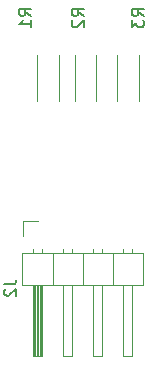
<source format=gbr>
%TF.GenerationSoftware,KiCad,Pcbnew,7.0.7*%
%TF.CreationDate,2024-02-26T20:13:22+05:30*%
%TF.ProjectId,Arduino Traffic Light Controller,41726475-696e-46f2-9054-726166666963,v01*%
%TF.SameCoordinates,Original*%
%TF.FileFunction,Legend,Bot*%
%TF.FilePolarity,Positive*%
%FSLAX46Y46*%
G04 Gerber Fmt 4.6, Leading zero omitted, Abs format (unit mm)*
G04 Created by KiCad (PCBNEW 7.0.7) date 2024-02-26 20:13:22*
%MOMM*%
%LPD*%
G01*
G04 APERTURE LIST*
%ADD10C,0.150000*%
%ADD11C,0.120000*%
G04 APERTURE END LIST*
D10*
X147044819Y-111436666D02*
X147759104Y-111436666D01*
X147759104Y-111436666D02*
X147901961Y-111389047D01*
X147901961Y-111389047D02*
X147997200Y-111293809D01*
X147997200Y-111293809D02*
X148044819Y-111150952D01*
X148044819Y-111150952D02*
X148044819Y-111055714D01*
X147140057Y-111865238D02*
X147092438Y-111912857D01*
X147092438Y-111912857D02*
X147044819Y-112008095D01*
X147044819Y-112008095D02*
X147044819Y-112246190D01*
X147044819Y-112246190D02*
X147092438Y-112341428D01*
X147092438Y-112341428D02*
X147140057Y-112389047D01*
X147140057Y-112389047D02*
X147235295Y-112436666D01*
X147235295Y-112436666D02*
X147330533Y-112436666D01*
X147330533Y-112436666D02*
X147473390Y-112389047D01*
X147473390Y-112389047D02*
X148044819Y-111817619D01*
X148044819Y-111817619D02*
X148044819Y-112436666D01*
X158839819Y-88733333D02*
X158363628Y-88400000D01*
X158839819Y-88161905D02*
X157839819Y-88161905D01*
X157839819Y-88161905D02*
X157839819Y-88542857D01*
X157839819Y-88542857D02*
X157887438Y-88638095D01*
X157887438Y-88638095D02*
X157935057Y-88685714D01*
X157935057Y-88685714D02*
X158030295Y-88733333D01*
X158030295Y-88733333D02*
X158173152Y-88733333D01*
X158173152Y-88733333D02*
X158268390Y-88685714D01*
X158268390Y-88685714D02*
X158316009Y-88638095D01*
X158316009Y-88638095D02*
X158363628Y-88542857D01*
X158363628Y-88542857D02*
X158363628Y-88161905D01*
X157839819Y-89066667D02*
X157839819Y-89685714D01*
X157839819Y-89685714D02*
X158220771Y-89352381D01*
X158220771Y-89352381D02*
X158220771Y-89495238D01*
X158220771Y-89495238D02*
X158268390Y-89590476D01*
X158268390Y-89590476D02*
X158316009Y-89638095D01*
X158316009Y-89638095D02*
X158411247Y-89685714D01*
X158411247Y-89685714D02*
X158649342Y-89685714D01*
X158649342Y-89685714D02*
X158744580Y-89638095D01*
X158744580Y-89638095D02*
X158792200Y-89590476D01*
X158792200Y-89590476D02*
X158839819Y-89495238D01*
X158839819Y-89495238D02*
X158839819Y-89209524D01*
X158839819Y-89209524D02*
X158792200Y-89114286D01*
X158792200Y-89114286D02*
X158744580Y-89066667D01*
X153759819Y-88733333D02*
X153283628Y-88400000D01*
X153759819Y-88161905D02*
X152759819Y-88161905D01*
X152759819Y-88161905D02*
X152759819Y-88542857D01*
X152759819Y-88542857D02*
X152807438Y-88638095D01*
X152807438Y-88638095D02*
X152855057Y-88685714D01*
X152855057Y-88685714D02*
X152950295Y-88733333D01*
X152950295Y-88733333D02*
X153093152Y-88733333D01*
X153093152Y-88733333D02*
X153188390Y-88685714D01*
X153188390Y-88685714D02*
X153236009Y-88638095D01*
X153236009Y-88638095D02*
X153283628Y-88542857D01*
X153283628Y-88542857D02*
X153283628Y-88161905D01*
X152855057Y-89114286D02*
X152807438Y-89161905D01*
X152807438Y-89161905D02*
X152759819Y-89257143D01*
X152759819Y-89257143D02*
X152759819Y-89495238D01*
X152759819Y-89495238D02*
X152807438Y-89590476D01*
X152807438Y-89590476D02*
X152855057Y-89638095D01*
X152855057Y-89638095D02*
X152950295Y-89685714D01*
X152950295Y-89685714D02*
X153045533Y-89685714D01*
X153045533Y-89685714D02*
X153188390Y-89638095D01*
X153188390Y-89638095D02*
X153759819Y-89066667D01*
X153759819Y-89066667D02*
X153759819Y-89685714D01*
X149299819Y-88733333D02*
X148823628Y-88400000D01*
X149299819Y-88161905D02*
X148299819Y-88161905D01*
X148299819Y-88161905D02*
X148299819Y-88542857D01*
X148299819Y-88542857D02*
X148347438Y-88638095D01*
X148347438Y-88638095D02*
X148395057Y-88685714D01*
X148395057Y-88685714D02*
X148490295Y-88733333D01*
X148490295Y-88733333D02*
X148633152Y-88733333D01*
X148633152Y-88733333D02*
X148728390Y-88685714D01*
X148728390Y-88685714D02*
X148776009Y-88638095D01*
X148776009Y-88638095D02*
X148823628Y-88542857D01*
X148823628Y-88542857D02*
X148823628Y-88161905D01*
X149299819Y-89685714D02*
X149299819Y-89114286D01*
X149299819Y-89400000D02*
X148299819Y-89400000D01*
X148299819Y-89400000D02*
X148442676Y-89304762D01*
X148442676Y-89304762D02*
X148537914Y-89209524D01*
X148537914Y-89209524D02*
X148585533Y-89114286D01*
D11*
%TO.C,J2*%
X149480000Y-117485000D02*
X150240000Y-117485000D01*
X148530000Y-108825000D02*
X158810000Y-108825000D01*
X149540000Y-111485000D02*
X149540000Y-117485000D01*
X152020000Y-111485000D02*
X152020000Y-117485000D01*
X155320000Y-108427929D02*
X155320000Y-108825000D01*
X157100000Y-117485000D02*
X157860000Y-117485000D01*
X150240000Y-117485000D02*
X150240000Y-111485000D01*
X153670000Y-108825000D02*
X153670000Y-111485000D01*
X149480000Y-111485000D02*
X149480000Y-117485000D01*
X158810000Y-111485000D02*
X148530000Y-111485000D01*
X157860000Y-117485000D02*
X157860000Y-111485000D01*
X148590000Y-106115000D02*
X148590000Y-107385000D01*
X149480000Y-108495000D02*
X149480000Y-108825000D01*
X158810000Y-108825000D02*
X158810000Y-111485000D01*
X150140000Y-111485000D02*
X150140000Y-117485000D01*
X148530000Y-111485000D02*
X148530000Y-108825000D01*
X154560000Y-117485000D02*
X155320000Y-117485000D01*
X157100000Y-111485000D02*
X157100000Y-117485000D01*
X150240000Y-108495000D02*
X150240000Y-108825000D01*
X154560000Y-108427929D02*
X154560000Y-108825000D01*
X157860000Y-108427929D02*
X157860000Y-108825000D01*
X149660000Y-111485000D02*
X149660000Y-117485000D01*
X152780000Y-108427929D02*
X152780000Y-108825000D01*
X155320000Y-117485000D02*
X155320000Y-111485000D01*
X156210000Y-108825000D02*
X156210000Y-111485000D01*
X157100000Y-108427929D02*
X157100000Y-108825000D01*
X150020000Y-111485000D02*
X150020000Y-117485000D01*
X152020000Y-108427929D02*
X152020000Y-108825000D01*
X154560000Y-111485000D02*
X154560000Y-117485000D01*
X149780000Y-111485000D02*
X149780000Y-117485000D01*
X152780000Y-117485000D02*
X152780000Y-111485000D01*
X149900000Y-111485000D02*
X149900000Y-117485000D01*
X151130000Y-108825000D02*
X151130000Y-111485000D01*
X152020000Y-117485000D02*
X152780000Y-117485000D01*
X149860000Y-106115000D02*
X148590000Y-106115000D01*
%TO.C,R3*%
X156560000Y-92060000D02*
X156560000Y-95900000D01*
X158400000Y-92060000D02*
X158400000Y-95900000D01*
%TO.C,R2*%
X154835000Y-92060000D02*
X154835000Y-95900000D01*
X152995000Y-92060000D02*
X152995000Y-95900000D01*
%TO.C,R1*%
X149845000Y-92060000D02*
X149845000Y-95900000D01*
X151685000Y-92060000D02*
X151685000Y-95900000D01*
%TD*%
M02*

</source>
